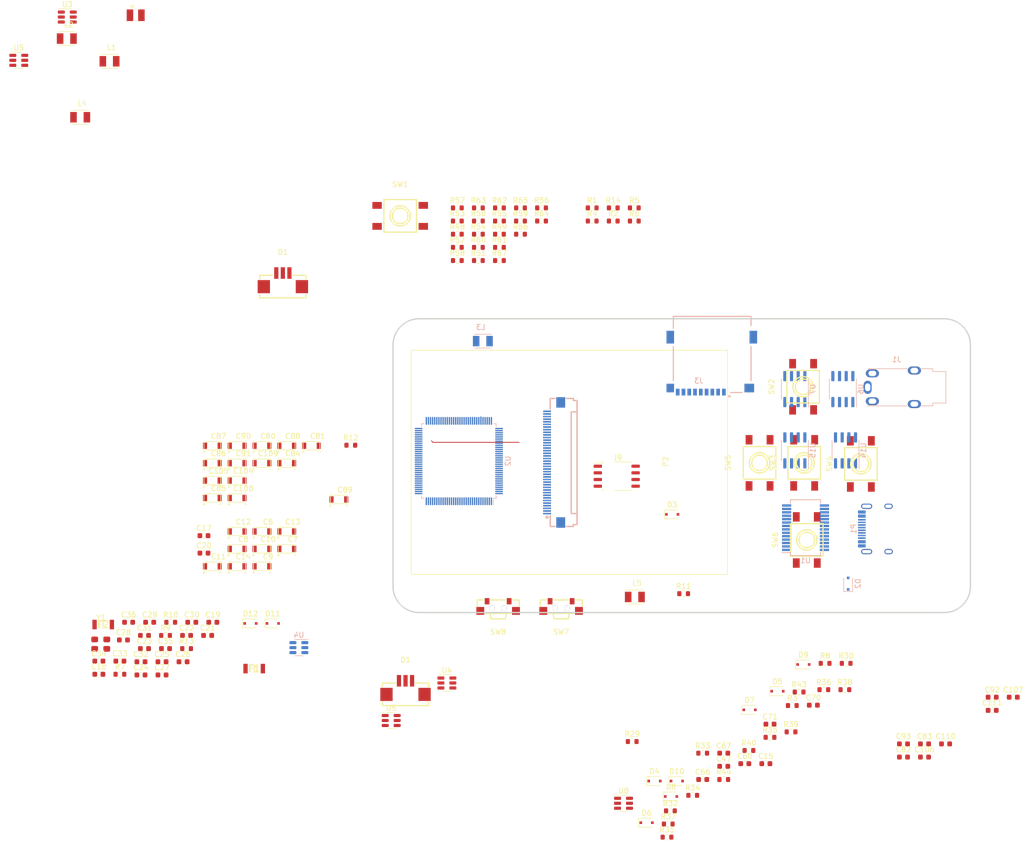
<source format=kicad_pcb>
(kicad_pcb (version 20211014) (generator pcbnew)
  (layers (0 "F.Cu" signal) (31 "B.Cu" signal) (34 "B.Paste" user) (35 "F.Paste" user) (36 "B.SilkS" user "B.Silkscreen") (37 "F.SilkS" user "F.Silkscreen") (38 "B.Mask" user) (39 "F.Mask" user) (44 "Edge.Cuts" user))
  (net 0 "")
  (net 1 "VCC")
  (net 2 "GNDA")
  (net 3 "VBUS")
  (net 4 "GND")
  (net 5 "+5VA")
  (net 6 "-5VA")
  (net 7 "+3V3")
  (net 8 "+2V5")
  (net 9 "+1V1")
  (net 10 "Net-(C60-Pad1)")
  (net 11 "Net-(C71-Pad1)")
  (net 12 "/SOC/SDC_D1")
  (net 13 "/SOC/SDC_D0")
  (net 14 "/SOC/SDC_CLK")
  (net 15 "/SOC/SDC_CMD")
  (net 16 "/SOC/SDC_D3")
  (net 17 "/SOC/SDC_D2")
  (net 18 "Net-(D1-Pad1)")
  (net 20 "Net-(D12-Pad2)")
  (net 21 "Net-(C84-Pad2)")
  (net 22 "/SOC/FLASH_SPI_CS")
  (net 23 "Net-(F2-Pad2)")
  (net 25 "Net-(P1-PadA6)")
  (net 26 "Net-(P1-PadA7)")
  (net 30 "/SOC/KEYS")
  (net 31 "Net-(R29-Pad1)")
  (net 32 "Net-(R29-Pad2)")
  (net 33 "Net-(R30-Pad2)")
  (net 34 "Net-(R31-Pad2)")
  (net 35 "Net-(R32-Pad2)")
  (net 37 "Net-(Q1-Pad1)")
  (net 38 "Net-(Q1-Pad3)")
  (net 39 "/SOC/LCD_PWM")
  (net 40 "Net-(R43-Pad2)")
  (net 41 "Net-(R44-Pad2)")
  (net 42 "Net-(U2-Pad23)")
  (net 43 "/SOC/LCD_EN")
  (net 44 "/NewDAC/I2C_SDIN")
  (net 45 "/NewDAC/I2C_SCL")
  (net 47 "/SOC/LCD_D2")
  (net 48 "/SOC/LCD_D3")
  (net 49 "/SOC/LCD_D4")
  (net 50 "/SOC/LCD_D5")
  (net 51 "/SOC/LCD_D6")
  (net 52 "/SOC/LCD_D7")
  (net 53 "/SOC/LCD_D10")
  (net 54 "/SOC/LCD_D11")
  (net 55 "/SOC/LCD_D12")
  (net 56 "/SOC/LCD_D13")
  (net 57 "/SOC/LCD_D14")
  (net 58 "/SOC/LCD_D15")
  (net 59 "/SOC/LCD_WR")
  (net 60 "/SOC/LCD_RS")
  (net 61 "/SOC/LCD_RD")
  (net 62 "/SOC/LCD_CS")
  (net 63 "/NewDAC/I2S_MCLK")
  (net 64 "/SOC/LCD_D9")
  (net 65 "/SOC/LCD_D8")
  (net 66 "/SOC/LCD_D1")
  (net 67 "/SOC/LCD_D0")
  (net 68 "/SOC/FLASH_SPI_CLK")
  (net 69 "/SOC/FLASH_SPI_MISO")
  (net 70 "/SOC/FLASH_SPI_MOSI")
  (net 71 "/NewDAC/I2S_DIN")
  (net 72 "/NewDAC/I2S_LRCK")
  (net 73 "/NewDAC/I2S_BCLK")
  (net 74 "Net-(C94-Pad2)")
  (net 75 "Net-(C94-Pad1)")
  (net 76 "Net-(C95-Pad1)")
  (net 77 "Net-(C95-Pad2)")
  (net 78 "Net-(C96-Pad2)")
  (net 79 "Net-(C96-Pad1)")
  (net 80 "Net-(C97-Pad1)")
  (net 81 "Net-(C97-Pad2)")
  (net 82 "Net-(C100-Pad2)")
  (net 83 "Net-(C101-Pad2)")
  (net 84 "Net-(C100-Pad1)")
  (net 85 "Net-(C102-Pad2)")
  (net 86 "Net-(C103-Pad2)")
  (net 87 "Net-(C102-Pad1)")
  (net 93 "Net-(C19-Pad2)")
  (net 94 "Net-(P2-Pad38)")
  (net 99 "Net-(L1-Pad1)")
  (net 100 "Net-(L2-Pad1)")
  (net 101 "Net-(L4-Pad2)")
  (net 104 "Net-(D2-Pad1)")
  (net 110 "Net-(R10-Pad2)")
  (net 111 "Net-(C17-Pad1)")
  (net 112 "Net-(D11-Pad2)")
  (net 115 "Net-(R48-Pad2)")
  (net 117 "Net-(R50-Pad1)")
  (net 118 "/SOC/SDC_PLUG")
  (net 121 "/SOC/USB_DM")
  (net 127 "/SOC/USB_DP")
  (net 128 "/SOC/FLASH_SPI_HOLD")
  (net 129 "/SOC/FLASH_SPI_WP")
  (net 130 "+1V8")
  (net 132 "Net-(C1-Pad1)")
  (net 133 "Net-(JP1-Pad2)")
  (net 136 "/Power/RESET")
  (net 138 "DEBUG_UART_RX")
  (net 139 "DEBUG_UART_TX")
  (net 153 "/SOC/AUDIO_PWR_EN")
  (net 183 "Net-(L3-Pad2)")
  (net 184 "Net-(R5-Pad1)")
  (net 185 "Net-(C13-Pad1)")
  (net 186 "Net-(C12-Pad1)")
  (net 187 "Net-(C11-Pad2)")
  (net 188 "Net-(C11-Pad1)")
  (net 189 "/Power/AUDIO_PWR_EN")
  (net 190 "Net-(C35-Pad2)")
  (net 191 "Net-(R4-Pad2)")
  (net 192 "Net-(C98-Pad2)")
  (net 193 "Net-(C98-Pad1)")
  (net 194 "Net-(C99-Pad2)")
  (net 195 "Net-(C99-Pad1)")
  (footprint "rlib_passive:R_0603_1608Metric" (layer "F.Cu") (at 112.27 38.1)
    (fp_text reference "R56")
    (fp_text value "220")
  )
  (footprint "rlib_passive:T491A106K010AT" (layer "F.Cu") (at 47.964 107.224)
    (fp_text reference "C11")
    (fp_text value "10u")
  )
  (footprint "rlib_passive:D_SOD-323F" (layer "F.Cu") (at 133.79 147.35)
    (fp_text reference "D4")
    (fp_text value "PESD3V3L1BA")
  )
  (footprint "rlib_passive:C_0603_1608Metric" (layer "F.Cu") (at 44.65 119.6)
    (fp_text reference "C22")
    (fp_text value "100n")
  )
  (footprint "rlib_buttons:K2-1156SP-F5SW-05" (layer "F.Cu") (at 162.1 72.2 90)
    (fp_text reference "SW2")
    (fp_text value "K2-1156SP-F5SW-05")
  )
  (footprint "rlib_buttons:GT-TC054A-H035-L1" (layer "F.Cu") (at 104 114 180)
    (fp_text reference "SW8")
    (fp_text value "GT-TC054A-H035-L1")
  )
  (footprint "rlib_passive:T491A106K010AT" (layer "F.Cu") (at 52.684 87.564)
    (fp_text reference "C91")
    (fp_text value "10u")
  )
  (footprint "rlib_buttons:K2-1156SP-F5SW-05" (layer "F.Cu") (at 173.1 86.9 90)
    (fp_text reference "SW4")
    (fp_text value "K2-1156SP-F5SW-05")
  )
  (footprint "rlib_passive:INDC2520X120N" (layer "F.Cu") (at 34.953 1.383)
    (fp_text reference "L9")
    (fp_text value "L")
  )
  (footprint "rlib_passive:C_0603_1608Metric" (layer "F.Cu") (at 155 144.04)
    (fp_text reference "C15")
    (fp_text value "100n")
  )
  (footprint "rlib_power:SOT-23-6" (layer "F.Cu") (at 21.925 1.725)
    (fp_text reference "U3")
    (fp_text value "SGM6603-ADJYN6G")
  )
  (footprint "rlib_passive:R_0603_1608Metric" (layer "F.Cu") (at 96.23 38.1)
    (fp_text reference "R57")
    (fp_text value "220")
  )
  (footprint "rlib_passive:C_0603_1608Metric" (layer "F.Cu") (at 32.62 120.46)
    (fp_text reference "C28")
    (fp_text value "100n")
  )
  (footprint "rlib_passive:T491A106K010AT" (layer "F.Cu") (at 62.124 103.904)
    (fp_text reference "C7")
    (fp_text value "10u")
  )
  (footprint "rlib_ic:SOIC-8_5.23x5.23mm_P1.27mm" (layer "F.Cu") (at 126.595 89.245)
    (fp_text reference "U9")
    (fp_text value "MX25L25645GM2I-08G")
  )
  (footprint "rlib_passive:C_0603_1608Metric" (layer "F.Cu") (at 47.964 103.904)
    (fp_text reference "C20")
    (fp_text value "10u")
  )
  (footprint "rlib_passive:D_SOD-323F" (layer "F.Cu") (at 162.16 125.14)
    (fp_text reference "D9")
    (fp_text value "PESD3V3L1BA")
  )
  (footprint "rlib_passive:IND_LQH32PN4R7NN0L" (layer "F.Cu") (at 21.833 5.833)
    (fp_text reference "L2")
    (fp_text value "1u")
  )
  (footprint "rlib_passive:R_0603_1608Metric" (layer "F.Cu") (at 170.3 124.92)
    (fp_text reference "R30")
    (fp_text value "10k")
  )
  (footprint "rlib_passive:D_SOD-323F" (layer "F.Cu") (at 138.04 147.35)
    (fp_text reference "D10")
    (fp_text value "PESD3V3L1BA")
  )
  (footprint "rlib_passive:T491A106K010AT" (layer "F.Cu") (at 57.404 100.584)
    (fp_text reference "C6")
    (fp_text value "10u")
  )
  (footprint "rlib_buttons:K2-1156SP-F5SW-05" (layer "F.Cu") (at 162.8 101.4 90)
    (fp_text reference "SW6")
    (fp_text value "K2-1156SP-F5SW-05")
  )
  (footprint "rlib_passive:T491A106K010AT" (layer "F.Cu") (at 57.404 84.244)
    (fp_text reference "C80")
    (fp_text value "10u")
  )
  (footprint "rlib_passive:C_0603_1608Metric" (layer "F.Cu") (at 198.12 133.88)
    (fp_text reference "C111")
    (fp_text value "0.1u")
  )
  (footprint "rlib_passive:R_0603_1608Metric" (layer "F.Cu") (at 142.97 142.04)
    (fp_text reference "R33")
    (fp_text value "10k")
  )
  (footprint "rlib_passive:C_0603_1608Metric" (layer "F.Cu") (at 189.24 140.27)
    (fp_text reference "C110")
    (fp_text value "0.1u")
  )
  (footprint "rlib_passive:T491A106K010AT" (layer "F.Cu") (at 62.124 84.244)
    (fp_text reference "C88")
    (fp_text value "10u")
  )
  (footprint "rlib_passive:D_SOD-323F" (layer "F.Cu") (at 157.21 130.23)
    (fp_text reference "D5")
    (fp_text value "PESD3V3L1BA")
  )
  (footprint "rlib_passive:R_0603_1608Metric" (layer "F.Cu") (at 104.25 43.12)
    (fp_text reference "R49")
    (fp_text value "220")
  )
  (footprint "rlib_passive:R_0603_1608Metric" (layer "F.Cu") (at 136.82 153.03)
    (fp_text reference "R32")
    (fp_text value "10k")
  )
  (footprint "rlib_passive:C_0603_1608Metric" (layer "F.Cu") (at 31.95 124.49)
    (fp_text reference "C33")
    (fp_text value "100n")
  )
  (footprint "rlib_passive:T491A106K010AT" (layer "F.Cu") (at 57.404 107.224)
    (fp_text reference "C9")
    (fp_text value "10u")
  )
  (footprint "rlib_passive:T491A106K010AT" (layer "F.Cu") (at 47.964 90.884)
    (fp_text reference "C105")
    (fp_text value "10u")
  )
  (footprint "rlib_passive:R_0603_1608Metric" (layer "F.Cu") (at 100.24 38.1)
    (fp_text reference "R63")
    (fp_text value "180")
  )
  (footprint "rlib_passive:C_0603_1608Metric" (layer "F.Cu") (at 181.22 142.78)
    (fp_text reference "C82")
    (fp_text value "0.1u")
  )
  (footprint "rlib_lcd:WF24LTYAJDNN0" (layer "F.Cu") (at 147.7 107.965 90)
    (fp_text reference "P2")
    (fp_text value "WF24LTYAJDNN0#")
  )
  (footprint "rlib_passive:R_0603_1608Metric" (layer "F.Cu") (at 129.94 38.1)
    (fp_text reference "R5")
    (fp_text value "R")
  )
  (footprint "rlib_passive:C_0603_1608Metric" (layer "F.Cu") (at 49.65 117.09)
    (fp_text reference "C19")
    (fp_text value "100n")
  )
  (footprint "rlib_passive:R_0603_1608Metric" (layer "F.Cu") (at 125.93 38.1)
    (fp_text reference "R14")
    (fp_text value "10k")
  )
  (footprint "rlib_passive:C_0603_1608Metric" (layer "F.Cu") (at 39.97 127.13)
    (fp_text reference "C27")
    (fp_text value "100n")
  )
  (footprint "rlib_passive:FUSC3216X85N" (layer "F.Cu") (at 57.53 125.92)
    (fp_text reference "F1")
    (fp_text value "500mA" hide)
  )
  (footprint "rlib_passive:T491A106K010AT" (layer "F.Cu") (at 66.844 84.244)
    (fp_text reference "C81")
    (fp_text value "10u")
  )
  (footprint "rlib_passive:T491A106K010AT" (layer "F.Cu") (at 57.404 87.564)
    (fp_text reference "C109")
    (fp_text value "10u")
  )
  (footprint "rlib_passive:D_SOD-323F" (layer "F.Cu") (at 136.94 150.3)
    (fp_text reference "D8")
    (fp_text value "PESD3V3L1BA")
  )
  (footprint "rlib_passive:C_0603_1608Metric" (layer "F.Cu") (at 181.22 140.27)
    (fp_text reference "C93")
    (fp_text value "0.1u")
  )
  (footprint "rlib_passive:C_0603_1608Metric" (layer "F.Cu") (at 185.23 140.27)
    (fp_text reference "C83")
    (fp_text value "0.1u")
  )
  (footprint "rlib_passive:C_0603_1608Metric" (layer "F.Cu") (at 202.13 131.37)
    (fp_text reference "C107")
    (fp_text value "0.1u")
  )
  (footprint "rlib_passive:C_0603_1608Metric" (layer "F.Cu") (at 33.61 117.09)
    (fp_text reference "C36")
    (fp_text value "100n")
  )
  (footprint "rlib_connectors:CONN-SMD_HC-1.25-3PWT" (layer "F.Cu") (at 62.992 51.816)
    (fp_text reference "D1")
    (fp_text value "HCTL HC-1.25-3PWT")
  )
  (footprint "rlib_power:SOT-23-6" (layer "F.Cu") (at 12.685 9.975)
    (fp_text reference "U5")
    (fp_text value "SGM3204")
  )
  (footprint "rlib_passive:R_0603_1608Metric" (layer "F.Cu") (at 129.54 139.82)
    (fp_text reference "R29")
    (fp_text value "10k")
  )
  (footprint "rlib_passive:C_0603_1608Metric" (layer "F.Cu") (at 150.99 144.04)
    (fp_text reference "C60")
    (fp_text value "100n")
  )
  (footprint "rlib_passive:T491A106K010AT" (layer "F.Cu") (at 62.124 100.584)
    (fp_text reference "C13")
    (fp_text value "10u")
  )
  (footprint "rlib_passive:C_0603_1608Metric" (layer "F.Cu") (at 45.64 117.09)
    (fp_text reference "C30")
    (fp_text value "100n")
  )
  (footprint "rlib_passive:C_0603_1608Metric" (layer "F.Cu") (at 155.79 136.51)
    (fp_text reference "C71")
    (fp_text value "100n")
  )
  (footprint "rlib_passive:T491A106K010AT" (layer "F.Cu") (at 72.06 94.48)
    (fp_text reference "C89")
    (fp_text value "10u")
  )
  (footprint "rlib_passive:T491A106K010AT" (layer "F.Cu") (at 52.684 84.244)
    (fp_text reference "C90")
    (fp_text value "10u")
  )
  (footprint "rlib_passive:C_0603_1608Metric" (layer "F.Cu") (at 40.64 122.11)
    (fp_text reference "C35")
    (fp_text value "100n")
  )
  (footprint "rlib_passive:R_0603_1608Metric" (layer "F.Cu") (at 96.23 40.61)
    (fp_text reference "R53")
    (fp_text value "820")
  )
  (footprint "rlib_passive:R_0603_1608Metric" (layer "F.Cu") (at 108.26 38.1)
    (fp_text reference "R65")
    (fp_text value "180")
  )
  (footprint "rlib_passive:C_0603_1608Metric" (layer "F.Cu") (at 36.63 122.11)
    (fp_text reference "C23")
    (fp_text value "100n")
  )
  (footprint "rlib_passive:R_0603_1608Metric" (layer "F.Cu") (at 151.78 141.53)
    (fp_text reference "R40")
    (fp_text value "100")
  )
  (footprint "rlib_passive:T491A106K010AT" (layer "F.Cu") (at 52.684 94.204)
    (fp_text reference "C108")
    (fp_text value "10u")
  )
  (footprint "rlib_passive:R_0603_1608Metric" (layer "F.Cu") (at 166.29 124.92)
    (fp_text reference "R8")
    (fp_text value "10k")
  )
  (footprint "rlib_passive:R_0603_1608Metric" (layer "F.Cu") (at 136.17 158.05)
    (fp_text reference "R31")
    (fp_text value "10k")
  )
  (footprint "rlib_passive:C_0603_1608Metric" (layer "F.Cu") (at 27.94 124.49)
    (fp_text reference "C34")
    (fp_text value "100n")
  )
  (footprint "rlib_passive:C_0603_1608Metric" (layer "F.Cu") (at 36.63 119.6)
    (fp_text reference "C31")
    (fp_text value "100n")
  )
  (footprint "rlib_passive:C_0603_1608Metric" (layer "F.Cu") (at 146.98 144.55)
    (fp_text reference "C47")
    (fp_text value "100n")
  )
  (footprint "rlib_buttons:GT-TC054A-H035-L1" (layer "F.Cu") (at 116 114 180)
    (fp_text reference "SW7")
    (fp_text value "GT-TC054A-H035-L1")
  )
  (footprint "rlib_passive:D_SOD-323F" (layer "F.Cu") (at 151.9 133.78)
    (fp_text reference "D7")
    (fp_text value "PESD3V3L1BA")
  )
  (footprint "rlib_passive:C_0603_1608Metric" (layer "F.Cu") (at 146.98 142.04)
    (fp_text reference "C67")
    (fp_text value "100n")
  )
  (footprint "rlib_power:SOT-23-6" (layer "F.Cu") (at 83.63 135.815)
    (fp_text reference "U5")
    (fp_text value "SGM3204")
  )
  (footprint "rlib_passive:R_0603_1608Metric" (layer "F.Cu") (at 170.06 129.94)
    (fp_text reference "R38")
    (fp_text value "5.1")
  )
  (footprint "rlib_passive:R_0603_1608Metric" (layer "F.Cu") (at 96.23 43.12)
    (fp_text reference "R48")
    (fp_text value "10k")
  )
  (footprint "rlib_passive:C_0603_1608Metric" (layer "F.Cu") (at 35.96 124.62)
    (fp_text reference "C32")
    (fp_text value "100n")
  )
  (footprint "rlib_passive:R_0603_1608Metric" (layer "F.Cu") (at 112.27 40.61)
    (fp_text reference "R64")
    (fp_text value "180")
  )
  (footprint "rlib_passive:R_0603_1608Metric" (layer "F.Cu") (at 125.93 40.61)
    (fp_text reference "R2")
    (fp_text value "4.7k")
  )
  (footprint "rlib_passive:T491A106K010AT" (layer "F.Cu") (at 47.964 94.204)
    (fp_text reference "C85")
    (fp_text value "10u")
  )
  (footprint "rlib_passive:R_0603_1608Metric" (layer "F.Cu") (at 104.25 45.63)
    (fp_text reference "R61")
    (fp_text value "200")
  )
  (footprint "rlib_passive:C_0603_1608Metric" (layer "F.Cu") (at 142.97 147.06)
    (fp_text reference "C66")
    (fp_text value "100n")
  )
  (footprint "rlib_passive:R_0603_1608Metric" (layer "F.Cu") (at 160.04 132.96)
    (fp_text reference "R3")
    (fp_text value "10k")
  )
  (footprint "rlib_passive:R_0603_1608Metric" (layer "F.Cu") (at 141.07 150.08)
    (fp_text reference "R34")
    (fp_text value "10k")
  )
  (footprint "rlib_passive:T491A106K010AT" (layer "F.Cu") (at 47.964 87.564)
    (fp_text reference "C86")
    (fp_text value "10u")
  )
  (footprint "rlib_passive:C_0603_1608Metric" (layer "F.Cu") (at 47.964 100.584)
    (fp_text reference "C17")
    (fp_text value "100n")
  )
  (footprint "rlib_passive:C_0603_1608Metric" (layer "F.Cu") (at 27.94 127)
    (fp_text reference "C18")
    (fp_text value "10u")
  )
  (footprint "rlib_passive:R_0603_1608Metric" (layer "F.Cu") (at 121.92 40.61)
    (fp_text reference "R4")
    (fp_text value "1k")
  )
  (footprint "rlib_passive:C_0603_1608Metric" (layer "F.Cu") (at 35.96 127.13)
    (fp_text reference "C24")
    (fp_text value "100n")
  )
  (footprint "rlib_passive:D_SOD-323F" (layer "F.Cu") (at 137.16 96.52)
    (fp_text reference "D3")
    (fp_text value "PESD3V3L1BA")
  )
  (footprint "rlib_passive:R_0603_1608Metric" (layer "F.Cu") (at 159.8 137.98)
    (fp_text reference "R39")
    (fp_text value "10k")
  )
  (footprint "rlib_passive:T491A106K010AT" (layer "F.Cu") (at 52.684 100.584)
    (fp_text reference "C12")
    (fp_text value "10u")
  )
  (footprint "rlib_passive:D_SOD-323F" (layer "F.Cu") (at 56.82 117.31)
    (fp_text reference "D12")
    (fp_text value "PESD3V3L1BA")
  )
  (footprint "rlib_passive:R_0603_1608Metric" (layer "F.Cu") (at 146.98 147.06)
    (fp_text reference "R44")
    (fp_text value "27")
  )
  (footprint "rlib_passive:T491A106K010AT" (layer "F.Cu") (at 47.964 84.244)
    (fp_text reference "C87")
    (fp_text value "10u")
  )
  (footprint "rlib_passive:R_0603_1608Metric" (layer "F.Cu") (at 155.79 139.02)
    (fp_text reference "R35")
    (fp_text value "10k")
  )
  (footprint "rlib_passive:R_0603_1608Metric" (layer "F.Cu") (at 31.95 127)
    (fp_text reference "R7")
    (fp_text value "50")
  )
  (footprint "rlib_passive:R_0603_1608Metric" (layer "F.Cu") (at 96.23 45.63)
    (fp_text reference "R52")
    (fp_text value "820")
  )
  (footprint "rlib_passive:T491A106K010AT" (layer "F.Cu") (at 52.684 90.884)
    (fp_text reference "C104")
    (fp_text value "10u")
  )
  (footprint "rlib_power:SOT-23-6" (layer "F.Cu") (at 94.24 128.665)
    (fp_text reference "U4")
    (fp_text value "SGM6603-ADJYN6G")
  )
  (footprint "rlib_passive:D_SOD-323F" (layer "F.Cu") (at 132.28 155.29)
    (fp_text reference "D6")
    (fp_text value "PESD3V3L1BA")
  )
  (footprint "rlib_passive:R_0603_1608Metric" (layer "F.Cu") (at 100.24 48.14)
    (fp_text reference "R51")
    (fp_text value "820")
  )
  (footprint "rlib_passive:R_0603_1608Metric" (layer "F.Cu") (at 108.26 43.12)
    (fp_text reference "R66")
    (fp_text value "50")
  )
  (footprint "rlib_passive:R_0603_1608Metric" (layer "F.Cu") (at 104.25 38.1)
    (fp_text reference "R62")
    (fp_text value "180")
  )
  (footprint "rlib_passive:R_0603_1608Metric" (layer "F.Cu") (at 129.94 40.61)
    (fp_text reference "R6")
    (fp_text value "R")
  )
  (footprint "rlib_passive:FUSC3216X85N" (layer "F.Cu") (at 28.77 117.52)
    (fp_text reference "F2")
    (fp_text value "500mA" hide)
  )
  (footprint "rlib_passive:C_0603_1608Metric" (layer "F.Cu") (at 39.97 124.62)
    (fp_text reference "C25")
    (fp_text value "100n")
  )
  (footprint "rlib_passive:R_0603_1608Metric" (layer "F.Cu") (at 40.64 119.6)
    (fp_text reference "R9")
    (fp_text value "10k")
  )
  (footprint "rlib_passive:IND_LQH32PN4R7NN0L" (layer "F.Cu") (at 24.384 20.828)
    (fp_text reference "L4")
    (fp_text value "2.2u")
  )
  (footprint "rlib_passive:R_0603_1608Metric" (layer "F.Cu") (at 139.34 111.64)
    (fp_text reference "R11")
    (fp_text value "10k")
  )
  (footprint "rlib_passive:R_0603_1608Metric" (layer "F.Cu") (at 166.05 129.94)
    (fp_text reference "R36")
    (fp_text value "10k")
  )
  (footprint "rlib_passive:R_0603_1608Metric" (layer "F.Cu") (at 104.25 40.61)
    (fp_text reference "R55")
    (fp_text value "220")
  )
  (footprint "rlib_passive:D_SOD-323F" (layer "F.Cu") (at 61.07 117.31)
    (fp_text reference "D11")
    (fp_text value "PESD3V3L1BA")
  )
  (footprint "rlib_passive:C_0603_1608Metric" (layer "F.Cu") (at 198.12 131.37)
    (fp_text reference "C92")
    (fp_text value "0.1u")
  )
  (footprint "rlib_passive:C_0603_1608Metric" (layer "F.Cu") (at 164.05 132.89)
    (fp_text reference "C70")
    (fp_text value "100n")
  )
  (footprint "rlib_passive:T491A106K010AT" (layer "F.Cu") (at 62.124 87.564)
    (fp_text reference "C84")
    (fp_text value "10u")
  )
  (footprint "rlib_passive:R_0603_1608Metric" (layer "F.Cu") (at 136.41 155.54)
    (fp_text reference "R37")
    (fp_text value "10k")
  )
  (footprint "rlib_passive:R_0603_1608Metric" (layer "F.Cu") (at 121.92 38.1)
    (fp_text reference "R1")
    (fp_text value "4.7k")
  )
  (footprint "rlib_passive:R_0603_1608Metric" (layer "F.Cu") (at 44.65 122.11)
    (fp_text reference "R13")
    (fp_text value "10k")
  )
  (footprint "rlib_passive:R_0603_1608Metric" (layer "F.Cu") (at 100.24 43.12)
    (fp_text reference "R54")
    (fp_text value "820")
  )
  (footprint "rlib_passive:C_0603_1608Metric" (layer "F.Cu") (at 43.98 124.62)
    (fp_text reference "C26")
    (fp_text value "100n")
  )
  (footprint "rlib_passive:R_0603_1608Metric" (layer "F.Cu") (at 100.24 45.63)
    (fp_text reference "R60")
    (fp_text value "200")
  )
  (footprint "rlib_passive:R_0603_1608Metric" (layer "F.Cu") (at 104.25 48.14)
    (fp_text reference "R67")
    (fp_text value "50")
  )
  (footprint "rlib_buttons:K2-1156SP-F5SW-05" (layer "F.Cu") (at 153.8 86.7 90)
    (fp_text reference "SW5")
    (fp_text value "K2-1156SP-F5SW-05")
  )
  (footprint "rlib_passive:R_0603_1608Metric" (layer "F.Cu") (at 100.24 40.61)
    (fp_text reference "R50")
    (fp_text value "10k")
  )
  (footprint "rlib_passive:C_0603_1608Metric" (layer "F.Cu") (at 185.23 142.78)
    (fp_text reference "C106")
    (fp_text value "0.1u")
  )
  (footprint "rlib_passive:IND_LQH32PN4R7NN0L" (layer "F.Cu") (at 130.048 112.268)
    (fp_text reference "L5")
    (fp_text value "2.2u")
  )
  (footprint "rlib_passive:T491A106K010AT" (layer "F.Cu") (at 57.404 103.904)
    (fp_text reference "C10")
    (fp_text value "10u")
  )
  (footprint "rlib_buttons:K2-1156SP-F5SW-05" (layer "F.Cu") (at 85.344 39.624)
    (fp_text reference "SW1")
    (fp_text value "K2-1156SP-F5SW-05")
  )
  (footprint "rlib_passive:C_0603_1608Metric" (layer "F.Cu") (at 48.66 119.6)
    (fp_text reference "C21")
    (fp_text value "2.2u")
  )
  (footprint "rlib_passive:R_0603_1608Metric" (layer "F.Cu") (at 75.9355 83.3355)
    (fp_text reference "R12")
    (fp_text value "10k")
  )
  (footprint "rlib_passive:R_0603_1608Metric" (layer "F.Cu") (at 96.23 48.14)
    (fp_text reference "R58")
    (fp_text value "200")
  )
  (footprint "rlib_passive:T491A106K010AT" (layer "F.Cu") (at 52.684 103.904)
    (fp_text reference "C8")
    (fp_text value "10u")
  )
  (footprint "rlib_passive:R_0603_1608Metric" (layer "F.Cu") (at 41.63 117.09)
    (fp_text reference "R10")
    (fp_text value "10k")
  )
  (footprint "rlib_connectors:CONN-SMD_HC-1.25-3PWT" (layer "F.Cu") (at 86.36 129.54)
    (fp_text reference "D1")
    (fp_text value "HCTL HC-1.25-3PWT")
  )
  (footprint "rlib_buttons:K2-1156SP-F5SW-05" (layer "F.Cu") (at 162.3 86.7 90)
    (fp_text reference "SW3")
    (fp_text value "K2-1156SP-F5SW-05")
  )
  (footprint "rlib_passive:12.88727" (layer "F.Cu") (at 28.36242 121.276335)
    (fp_text reference "Y1")
    (fp_text value "12.88727")
  )
  (footprint "rlib_passive:T491A106K010AT" (layer "F.Cu") (at 52.684 107.224)
    (fp_text reference "C14")
    (fp_text value "10u")
  )
  (footprint "Package_TO_SOT_SMD:SOT-23-6" (layer "F.Cu") (at 127.89 151.59)
    (fp_text reference "U8")
    (fp_text value "USBLC6-2SC6")
  )
  (footprint "rlib_passive:R_0603_1608Metric" (layer "F.Cu") (at 108.26 40.61)
    (fp_text reference "R59")
    (fp_text value "200")
  )
  (footprint "rlib_passive:C_0603_1608Metric" (layer "F.Cu") (at 37.62 117.09)
    (fp_text reference "C29")
    (fp_text value "100n")
  )
  (footprint "rlib_passive:IND_LQH32PN4R7NN0L" (layer "F.Cu") (at 29.972 10.16)
    (fp_text reference "L1")
    (fp_text value "1u")
  )
  (footprint "rlib_passive:R_0603_1608Metric" (layer "F.Cu") (at 161.34 130.38)
    (fp_text reference "R43")
    (fp_text value "27")
  )
  (footprint "rlib_connectors:TF-01A" (layer "B.Cu") (at 144.78 66.04)
    (fp_text reference "J3")
    (fp_text value "TF01-A")
  )
  (footprint "rlib_ic:SOIC-8_3.9x4.9mm_P1.27mm" (layer "B.Cu") (at 169.672 72.644 90)
    (fp_text reference "U6")
    (fp_text value "LM4562")
  )
  (footprint "rlib_ic:SOIC-8_3.9x4.9mm_P1.27mm" (layer "B.Cu") (at 160.528 72.644 90)
    (fp_text reference "U7")
    (fp_text value "LM4562")
  )
  (footprint "rlib_ic:LQFP-128_14x14mm_P0.4mm" (layer "B.Cu") (at 96.52 86.36 90)
    (fp_text reference "U2")
    (fp_text value "F133")
  )
  (footprint "rlib_passive:IND_LQH32PN4R7NN0L" (layer "B.Cu") (at 101.092 63.5 180)
    (fp_text reference "L3")
    (fp_text value "4.7u")
  )
  (footprint "rlib_ic:SOIC-8_3.9x4.9mm_P1.27mm" (layer "B.Cu") (at 170.18 84.328 90)
    (fp_text reference "U14")
    (fp_text value "OPA1656")
  )
  (footprint "rlib_ic:SSOP-28_5.3x10.2mm_P0.65mm" (layer "B.Cu") (at 162.56 99.06)
    (fp_text reference "U1")
    (fp_text value "PCM1795")
  )
  (footprint "rlib_connectors:PJ-322" (layer "B.Cu") (at 186.795 72.3 180)
    (fp_text reference "J1")
    (fp_text value "PJ-322")
  )
  (footprint "rlib_connectors:HRO-TYPE-C-31-M-12" (layer "B.Cu") (at 180.985 99.3 -90)
    (fp_text reference "P1")
    (fp_text value "USB-TYPE-C-018")
  )
  (footprint "rlib_ic:SOIC-8_3.9x4.9mm_P1.27mm" (layer "B.Cu") (at 160.528 84.328 90)
    (fp_text reference "U15")
    (fp_text value "OPA1656")
  )
  (footprint "rlib_power:SOT-23-6" (layer "B.Cu") (at 66.04 121.92 180)
    (fp_text reference "U4")
    (fp_text value "SGM6603-ADJYN6G")
  )
  (footprint "rlib_passive:D_SOD-323F" (layer "B.Cu") (at 170.688 109.728 90)
    (fp_text reference "D2")
    (fp_text value "PESD3V3L1BA")
  )
  (gr_arc (start 193.976 110.236) (mid 192.511534 113.771534) (end 188.976 115.236) (layer "Edge.Cuts") (width 0.25))
  (gr_line (start 83.976 110.236) (end 83.976 64.236) (layer "Edge.Cuts") (width 0.25))
  (gr_line (start 88.976 59.236) (end 188.976 59.236) (layer "Edge.Cuts") (width 0.25))
  (gr_arc (start 88.976 115.236) (mid 85.440466 113.771534) (end 83.976 110.236) (layer "Edge.Cuts") (width 0.25))
  (gr_line (start 188.976 115.236) (end 88.976 115.236) (layer "Edge.Cuts") (width 0.25))
  (gr_line (start 193.976 64.236) (end 193.976 110.236) (layer "Edge.Cuts") (width 0.25))
  (gr_arc (start 188.976 59.236) (mid 192.511534 60.700466) (end 193.976 64.236) (layer "Edge.Cuts") (width 0.25))
  (gr_arc (start 83.976 64.236) (mid 85.440466 60.700466) (end 88.976 59.236) (layer "Edge.Cuts") (width 0.25))
  (segment (start 100.72 77.882703) (end 100.72 78.6975) (width 0.15) (layer "B.Cu") (net 4))
  (segment (start 91.6 82.8) (end 91.3 82.5) (width 0.15) (layer "F.Cu") (net 50))
  (segment (start 108 82.8) (end 91.6 82.8) (width 0.15) (layer "F.Cu") (net 50))
)
</source>
